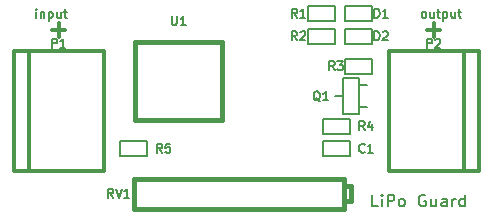
<source format=gto>
G04 #@! TF.FileFunction,Legend,Top*
%FSLAX46Y46*%
G04 Gerber Fmt 4.6, Leading zero omitted, Abs format (unit mm)*
G04 Created by KiCad (PCBNEW 4.0.4-stable) date Thu Oct  6 13:32:55 2016*
%MOMM*%
%LPD*%
G01*
G04 APERTURE LIST*
%ADD10C,0.100000*%
%ADD11C,0.150000*%
%ADD12C,0.300000*%
%ADD13C,0.381000*%
%ADD14C,0.304800*%
%ADD15C,0.127000*%
G04 APERTURE END LIST*
D10*
D11*
X161695001Y-66379286D02*
X161623573Y-66343571D01*
X161587858Y-66307857D01*
X161552144Y-66236429D01*
X161552144Y-66022143D01*
X161587858Y-65950714D01*
X161623573Y-65915000D01*
X161695001Y-65879286D01*
X161802144Y-65879286D01*
X161873573Y-65915000D01*
X161909287Y-65950714D01*
X161945001Y-66022143D01*
X161945001Y-66236429D01*
X161909287Y-66307857D01*
X161873573Y-66343571D01*
X161802144Y-66379286D01*
X161695001Y-66379286D01*
X162587858Y-65879286D02*
X162587858Y-66379286D01*
X162266429Y-65879286D02*
X162266429Y-66272143D01*
X162302144Y-66343571D01*
X162373572Y-66379286D01*
X162480715Y-66379286D01*
X162552144Y-66343571D01*
X162587858Y-66307857D01*
X162837858Y-65879286D02*
X163123572Y-65879286D01*
X162945000Y-65629286D02*
X162945000Y-66272143D01*
X162980715Y-66343571D01*
X163052143Y-66379286D01*
X163123572Y-66379286D01*
X163373571Y-65879286D02*
X163373571Y-66629286D01*
X163373571Y-65915000D02*
X163445000Y-65879286D01*
X163587857Y-65879286D01*
X163659286Y-65915000D01*
X163695000Y-65950714D01*
X163730714Y-66022143D01*
X163730714Y-66236429D01*
X163695000Y-66307857D01*
X163659286Y-66343571D01*
X163587857Y-66379286D01*
X163445000Y-66379286D01*
X163373571Y-66343571D01*
X164373571Y-65879286D02*
X164373571Y-66379286D01*
X164052142Y-65879286D02*
X164052142Y-66272143D01*
X164087857Y-66343571D01*
X164159285Y-66379286D01*
X164266428Y-66379286D01*
X164337857Y-66343571D01*
X164373571Y-66307857D01*
X164623571Y-65879286D02*
X164909285Y-65879286D01*
X164730713Y-65629286D02*
X164730713Y-66272143D01*
X164766428Y-66343571D01*
X164837856Y-66379286D01*
X164909285Y-66379286D01*
X128942858Y-66379286D02*
X128942858Y-65879286D01*
X128942858Y-65629286D02*
X128907144Y-65665000D01*
X128942858Y-65700714D01*
X128978573Y-65665000D01*
X128942858Y-65629286D01*
X128942858Y-65700714D01*
X129300001Y-65879286D02*
X129300001Y-66379286D01*
X129300001Y-65950714D02*
X129335716Y-65915000D01*
X129407144Y-65879286D01*
X129514287Y-65879286D01*
X129585716Y-65915000D01*
X129621430Y-65986429D01*
X129621430Y-66379286D01*
X129978572Y-65879286D02*
X129978572Y-66629286D01*
X129978572Y-65915000D02*
X130050001Y-65879286D01*
X130192858Y-65879286D01*
X130264287Y-65915000D01*
X130300001Y-65950714D01*
X130335715Y-66022143D01*
X130335715Y-66236429D01*
X130300001Y-66307857D01*
X130264287Y-66343571D01*
X130192858Y-66379286D01*
X130050001Y-66379286D01*
X129978572Y-66343571D01*
X130978572Y-65879286D02*
X130978572Y-66379286D01*
X130657143Y-65879286D02*
X130657143Y-66272143D01*
X130692858Y-66343571D01*
X130764286Y-66379286D01*
X130871429Y-66379286D01*
X130942858Y-66343571D01*
X130978572Y-66307857D01*
X131228572Y-65879286D02*
X131514286Y-65879286D01*
X131335714Y-65629286D02*
X131335714Y-66272143D01*
X131371429Y-66343571D01*
X131442857Y-66379286D01*
X131514286Y-66379286D01*
X157861429Y-82367381D02*
X157385238Y-82367381D01*
X157385238Y-81367381D01*
X158194762Y-82367381D02*
X158194762Y-81700714D01*
X158194762Y-81367381D02*
X158147143Y-81415000D01*
X158194762Y-81462619D01*
X158242381Y-81415000D01*
X158194762Y-81367381D01*
X158194762Y-81462619D01*
X158670952Y-82367381D02*
X158670952Y-81367381D01*
X159051905Y-81367381D01*
X159147143Y-81415000D01*
X159194762Y-81462619D01*
X159242381Y-81557857D01*
X159242381Y-81700714D01*
X159194762Y-81795952D01*
X159147143Y-81843571D01*
X159051905Y-81891190D01*
X158670952Y-81891190D01*
X159813809Y-82367381D02*
X159718571Y-82319762D01*
X159670952Y-82272143D01*
X159623333Y-82176905D01*
X159623333Y-81891190D01*
X159670952Y-81795952D01*
X159718571Y-81748333D01*
X159813809Y-81700714D01*
X159956667Y-81700714D01*
X160051905Y-81748333D01*
X160099524Y-81795952D01*
X160147143Y-81891190D01*
X160147143Y-82176905D01*
X160099524Y-82272143D01*
X160051905Y-82319762D01*
X159956667Y-82367381D01*
X159813809Y-82367381D01*
X161861429Y-81415000D02*
X161766191Y-81367381D01*
X161623334Y-81367381D01*
X161480476Y-81415000D01*
X161385238Y-81510238D01*
X161337619Y-81605476D01*
X161290000Y-81795952D01*
X161290000Y-81938810D01*
X161337619Y-82129286D01*
X161385238Y-82224524D01*
X161480476Y-82319762D01*
X161623334Y-82367381D01*
X161718572Y-82367381D01*
X161861429Y-82319762D01*
X161909048Y-82272143D01*
X161909048Y-81938810D01*
X161718572Y-81938810D01*
X162766191Y-81700714D02*
X162766191Y-82367381D01*
X162337619Y-81700714D02*
X162337619Y-82224524D01*
X162385238Y-82319762D01*
X162480476Y-82367381D01*
X162623334Y-82367381D01*
X162718572Y-82319762D01*
X162766191Y-82272143D01*
X163670953Y-82367381D02*
X163670953Y-81843571D01*
X163623334Y-81748333D01*
X163528096Y-81700714D01*
X163337619Y-81700714D01*
X163242381Y-81748333D01*
X163670953Y-82319762D02*
X163575715Y-82367381D01*
X163337619Y-82367381D01*
X163242381Y-82319762D01*
X163194762Y-82224524D01*
X163194762Y-82129286D01*
X163242381Y-82034048D01*
X163337619Y-81986429D01*
X163575715Y-81986429D01*
X163670953Y-81938810D01*
X164147143Y-82367381D02*
X164147143Y-81700714D01*
X164147143Y-81891190D02*
X164194762Y-81795952D01*
X164242381Y-81748333D01*
X164337619Y-81700714D01*
X164432858Y-81700714D01*
X165194763Y-82367381D02*
X165194763Y-81367381D01*
X165194763Y-82319762D02*
X165099525Y-82367381D01*
X164909048Y-82367381D01*
X164813810Y-82319762D01*
X164766191Y-82272143D01*
X164718572Y-82176905D01*
X164718572Y-81891190D01*
X164766191Y-81795952D01*
X164813810Y-81748333D01*
X164909048Y-81700714D01*
X165099525Y-81700714D01*
X165194763Y-81748333D01*
D12*
X161988572Y-67417143D02*
X163131429Y-67417143D01*
X162560000Y-67988571D02*
X162560000Y-66845714D01*
X130238572Y-67417143D02*
X131381429Y-67417143D01*
X130810000Y-67988571D02*
X130810000Y-66845714D01*
D13*
X137269220Y-68455540D02*
X137269220Y-75054460D01*
X137269220Y-75054460D02*
X144670780Y-75054460D01*
X144670780Y-75054460D02*
X144670780Y-68455540D01*
X144670780Y-68455540D02*
X137269220Y-68455540D01*
D14*
X165100000Y-69215000D02*
X165100000Y-79375000D01*
X166370000Y-69215000D02*
X158750000Y-69215000D01*
X158750000Y-69215000D02*
X158750000Y-79375000D01*
X158750000Y-79375000D02*
X166370000Y-79375000D01*
X166370000Y-79375000D02*
X166370000Y-69215000D01*
D15*
X155067000Y-65405000D02*
X157353000Y-65405000D01*
X157353000Y-65405000D02*
X157353000Y-66675000D01*
X157353000Y-66675000D02*
X155067000Y-66675000D01*
X155067000Y-66675000D02*
X155067000Y-65405000D01*
X155067000Y-67310000D02*
X157353000Y-67310000D01*
X157353000Y-67310000D02*
X157353000Y-68580000D01*
X157353000Y-68580000D02*
X155067000Y-68580000D01*
X155067000Y-68580000D02*
X155067000Y-67310000D01*
D14*
X128270000Y-79375000D02*
X128270000Y-69215000D01*
X127000000Y-79375000D02*
X134620000Y-79375000D01*
X134620000Y-79375000D02*
X134620000Y-69215000D01*
X134620000Y-69215000D02*
X127000000Y-69215000D01*
X127000000Y-69215000D02*
X127000000Y-79375000D01*
D15*
X151892000Y-65405000D02*
X154178000Y-65405000D01*
X154178000Y-65405000D02*
X154178000Y-66675000D01*
X154178000Y-66675000D02*
X151892000Y-66675000D01*
X151892000Y-66675000D02*
X151892000Y-65405000D01*
X151892000Y-67310000D02*
X154178000Y-67310000D01*
X154178000Y-67310000D02*
X154178000Y-68580000D01*
X154178000Y-68580000D02*
X151892000Y-68580000D01*
X151892000Y-68580000D02*
X151892000Y-67310000D01*
X153162000Y-74930000D02*
X155448000Y-74930000D01*
X155448000Y-74930000D02*
X155448000Y-76200000D01*
X155448000Y-76200000D02*
X153162000Y-76200000D01*
X153162000Y-76200000D02*
X153162000Y-74930000D01*
X155067000Y-69850000D02*
X157353000Y-69850000D01*
X157353000Y-69850000D02*
X157353000Y-71120000D01*
X157353000Y-71120000D02*
X155067000Y-71120000D01*
X155067000Y-71120000D02*
X155067000Y-69850000D01*
D13*
X154940000Y-81915000D02*
X155575000Y-81915000D01*
X155575000Y-81915000D02*
X155575000Y-80645000D01*
X155575000Y-80645000D02*
X154940000Y-80645000D01*
X154940000Y-80010000D02*
X137160000Y-80010000D01*
X137160000Y-80010000D02*
X137160000Y-82550000D01*
X137160000Y-82550000D02*
X154940000Y-82550000D01*
X154940000Y-82550000D02*
X154940000Y-80010000D01*
D15*
X156273500Y-72072500D02*
X156933900Y-72072500D01*
X156273500Y-73977500D02*
X156933900Y-73977500D01*
X154876500Y-73025000D02*
X154216100Y-73025000D01*
X154876500Y-74523600D02*
X154876500Y-71526400D01*
X154876500Y-71526400D02*
X156273500Y-71526400D01*
X156273500Y-71526400D02*
X156273500Y-74523600D01*
X156273500Y-74523600D02*
X154876500Y-74523600D01*
X153162000Y-76835000D02*
X155448000Y-76835000D01*
X155448000Y-76835000D02*
X155448000Y-78105000D01*
X155448000Y-78105000D02*
X153162000Y-78105000D01*
X153162000Y-78105000D02*
X153162000Y-76835000D01*
X136017000Y-76835000D02*
X138303000Y-76835000D01*
X138303000Y-76835000D02*
X138303000Y-78105000D01*
X138303000Y-78105000D02*
X136017000Y-78105000D01*
X136017000Y-78105000D02*
X136017000Y-76835000D01*
D11*
X140398571Y-66264286D02*
X140398571Y-66871429D01*
X140434286Y-66942857D01*
X140470000Y-66978571D01*
X140541429Y-67014286D01*
X140684286Y-67014286D01*
X140755714Y-66978571D01*
X140791429Y-66942857D01*
X140827143Y-66871429D01*
X140827143Y-66264286D01*
X141577143Y-67014286D02*
X141148571Y-67014286D01*
X141362857Y-67014286D02*
X141362857Y-66264286D01*
X141291428Y-66371429D01*
X141220000Y-66442857D01*
X141148571Y-66478571D01*
X162006428Y-68919286D02*
X162006428Y-68169286D01*
X162292143Y-68169286D01*
X162363571Y-68205000D01*
X162399286Y-68240714D01*
X162435000Y-68312143D01*
X162435000Y-68419286D01*
X162399286Y-68490714D01*
X162363571Y-68526429D01*
X162292143Y-68562143D01*
X162006428Y-68562143D01*
X162720714Y-68240714D02*
X162756428Y-68205000D01*
X162827857Y-68169286D01*
X163006428Y-68169286D01*
X163077857Y-68205000D01*
X163113571Y-68240714D01*
X163149286Y-68312143D01*
X163149286Y-68383571D01*
X163113571Y-68490714D01*
X162685000Y-68919286D01*
X163149286Y-68919286D01*
X157561428Y-66379286D02*
X157561428Y-65629286D01*
X157740000Y-65629286D01*
X157847143Y-65665000D01*
X157918571Y-65736429D01*
X157954286Y-65807857D01*
X157990000Y-65950714D01*
X157990000Y-66057857D01*
X157954286Y-66200714D01*
X157918571Y-66272143D01*
X157847143Y-66343571D01*
X157740000Y-66379286D01*
X157561428Y-66379286D01*
X158704286Y-66379286D02*
X158275714Y-66379286D01*
X158490000Y-66379286D02*
X158490000Y-65629286D01*
X158418571Y-65736429D01*
X158347143Y-65807857D01*
X158275714Y-65843571D01*
X157561428Y-68284286D02*
X157561428Y-67534286D01*
X157740000Y-67534286D01*
X157847143Y-67570000D01*
X157918571Y-67641429D01*
X157954286Y-67712857D01*
X157990000Y-67855714D01*
X157990000Y-67962857D01*
X157954286Y-68105714D01*
X157918571Y-68177143D01*
X157847143Y-68248571D01*
X157740000Y-68284286D01*
X157561428Y-68284286D01*
X158275714Y-67605714D02*
X158311428Y-67570000D01*
X158382857Y-67534286D01*
X158561428Y-67534286D01*
X158632857Y-67570000D01*
X158668571Y-67605714D01*
X158704286Y-67677143D01*
X158704286Y-67748571D01*
X158668571Y-67855714D01*
X158240000Y-68284286D01*
X158704286Y-68284286D01*
X130256428Y-68919286D02*
X130256428Y-68169286D01*
X130542143Y-68169286D01*
X130613571Y-68205000D01*
X130649286Y-68240714D01*
X130685000Y-68312143D01*
X130685000Y-68419286D01*
X130649286Y-68490714D01*
X130613571Y-68526429D01*
X130542143Y-68562143D01*
X130256428Y-68562143D01*
X131399286Y-68919286D02*
X130970714Y-68919286D01*
X131185000Y-68919286D02*
X131185000Y-68169286D01*
X131113571Y-68276429D01*
X131042143Y-68347857D01*
X130970714Y-68383571D01*
X151005000Y-66379286D02*
X150755000Y-66022143D01*
X150576428Y-66379286D02*
X150576428Y-65629286D01*
X150862143Y-65629286D01*
X150933571Y-65665000D01*
X150969286Y-65700714D01*
X151005000Y-65772143D01*
X151005000Y-65879286D01*
X150969286Y-65950714D01*
X150933571Y-65986429D01*
X150862143Y-66022143D01*
X150576428Y-66022143D01*
X151719286Y-66379286D02*
X151290714Y-66379286D01*
X151505000Y-66379286D02*
X151505000Y-65629286D01*
X151433571Y-65736429D01*
X151362143Y-65807857D01*
X151290714Y-65843571D01*
X151005000Y-68284286D02*
X150755000Y-67927143D01*
X150576428Y-68284286D02*
X150576428Y-67534286D01*
X150862143Y-67534286D01*
X150933571Y-67570000D01*
X150969286Y-67605714D01*
X151005000Y-67677143D01*
X151005000Y-67784286D01*
X150969286Y-67855714D01*
X150933571Y-67891429D01*
X150862143Y-67927143D01*
X150576428Y-67927143D01*
X151290714Y-67605714D02*
X151326428Y-67570000D01*
X151397857Y-67534286D01*
X151576428Y-67534286D01*
X151647857Y-67570000D01*
X151683571Y-67605714D01*
X151719286Y-67677143D01*
X151719286Y-67748571D01*
X151683571Y-67855714D01*
X151255000Y-68284286D01*
X151719286Y-68284286D01*
X156720000Y-75904286D02*
X156470000Y-75547143D01*
X156291428Y-75904286D02*
X156291428Y-75154286D01*
X156577143Y-75154286D01*
X156648571Y-75190000D01*
X156684286Y-75225714D01*
X156720000Y-75297143D01*
X156720000Y-75404286D01*
X156684286Y-75475714D01*
X156648571Y-75511429D01*
X156577143Y-75547143D01*
X156291428Y-75547143D01*
X157362857Y-75404286D02*
X157362857Y-75904286D01*
X157184286Y-75118571D02*
X157005714Y-75654286D01*
X157470000Y-75654286D01*
X154180000Y-70824286D02*
X153930000Y-70467143D01*
X153751428Y-70824286D02*
X153751428Y-70074286D01*
X154037143Y-70074286D01*
X154108571Y-70110000D01*
X154144286Y-70145714D01*
X154180000Y-70217143D01*
X154180000Y-70324286D01*
X154144286Y-70395714D01*
X154108571Y-70431429D01*
X154037143Y-70467143D01*
X153751428Y-70467143D01*
X154430000Y-70074286D02*
X154894286Y-70074286D01*
X154644286Y-70360000D01*
X154751428Y-70360000D01*
X154822857Y-70395714D01*
X154858571Y-70431429D01*
X154894286Y-70502857D01*
X154894286Y-70681429D01*
X154858571Y-70752857D01*
X154822857Y-70788571D01*
X154751428Y-70824286D01*
X154537143Y-70824286D01*
X154465714Y-70788571D01*
X154430000Y-70752857D01*
X135443572Y-81619286D02*
X135193572Y-81262143D01*
X135015000Y-81619286D02*
X135015000Y-80869286D01*
X135300715Y-80869286D01*
X135372143Y-80905000D01*
X135407858Y-80940714D01*
X135443572Y-81012143D01*
X135443572Y-81119286D01*
X135407858Y-81190714D01*
X135372143Y-81226429D01*
X135300715Y-81262143D01*
X135015000Y-81262143D01*
X135657858Y-80869286D02*
X135907858Y-81619286D01*
X136157858Y-80869286D01*
X136800715Y-81619286D02*
X136372143Y-81619286D01*
X136586429Y-81619286D02*
X136586429Y-80869286D01*
X136515000Y-80976429D01*
X136443572Y-81047857D01*
X136372143Y-81083571D01*
X152963571Y-73435714D02*
X152892143Y-73400000D01*
X152820714Y-73328571D01*
X152713571Y-73221429D01*
X152642143Y-73185714D01*
X152570714Y-73185714D01*
X152606429Y-73364286D02*
X152535000Y-73328571D01*
X152463571Y-73257143D01*
X152427857Y-73114286D01*
X152427857Y-72864286D01*
X152463571Y-72721429D01*
X152535000Y-72650000D01*
X152606429Y-72614286D01*
X152749286Y-72614286D01*
X152820714Y-72650000D01*
X152892143Y-72721429D01*
X152927857Y-72864286D01*
X152927857Y-73114286D01*
X152892143Y-73257143D01*
X152820714Y-73328571D01*
X152749286Y-73364286D01*
X152606429Y-73364286D01*
X153642143Y-73364286D02*
X153213571Y-73364286D01*
X153427857Y-73364286D02*
X153427857Y-72614286D01*
X153356428Y-72721429D01*
X153285000Y-72792857D01*
X153213571Y-72828571D01*
X156720000Y-77737857D02*
X156684286Y-77773571D01*
X156577143Y-77809286D01*
X156505714Y-77809286D01*
X156398571Y-77773571D01*
X156327143Y-77702143D01*
X156291428Y-77630714D01*
X156255714Y-77487857D01*
X156255714Y-77380714D01*
X156291428Y-77237857D01*
X156327143Y-77166429D01*
X156398571Y-77095000D01*
X156505714Y-77059286D01*
X156577143Y-77059286D01*
X156684286Y-77095000D01*
X156720000Y-77130714D01*
X157434286Y-77809286D02*
X157005714Y-77809286D01*
X157220000Y-77809286D02*
X157220000Y-77059286D01*
X157148571Y-77166429D01*
X157077143Y-77237857D01*
X157005714Y-77273571D01*
X139575000Y-77809286D02*
X139325000Y-77452143D01*
X139146428Y-77809286D02*
X139146428Y-77059286D01*
X139432143Y-77059286D01*
X139503571Y-77095000D01*
X139539286Y-77130714D01*
X139575000Y-77202143D01*
X139575000Y-77309286D01*
X139539286Y-77380714D01*
X139503571Y-77416429D01*
X139432143Y-77452143D01*
X139146428Y-77452143D01*
X140253571Y-77059286D02*
X139896428Y-77059286D01*
X139860714Y-77416429D01*
X139896428Y-77380714D01*
X139967857Y-77345000D01*
X140146428Y-77345000D01*
X140217857Y-77380714D01*
X140253571Y-77416429D01*
X140289286Y-77487857D01*
X140289286Y-77666429D01*
X140253571Y-77737857D01*
X140217857Y-77773571D01*
X140146428Y-77809286D01*
X139967857Y-77809286D01*
X139896428Y-77773571D01*
X139860714Y-77737857D01*
M02*

</source>
